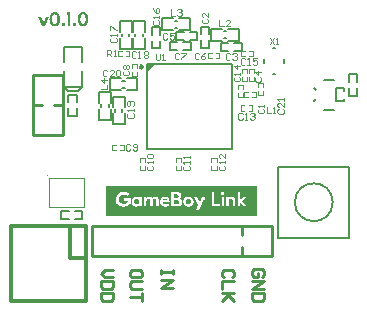
<source format=gto>
G04*
G04 #@! TF.GenerationSoftware,Altium Limited,Altium Designer,24.0.1 (36)*
G04*
G04 Layer_Color=16777215*
%FSLAX24Y24*%
%MOIN*%
G70*
G04*
G04 #@! TF.SameCoordinates,E6425953-F81D-4A1B-B41F-9E3DC787EA87*
G04*
G04*
G04 #@! TF.FilePolarity,Positive*
G04*
G01*
G75*
%ADD10C,0.0049*%
%ADD11C,0.0060*%
%ADD12C,0.0098*%
%ADD13C,0.0118*%
%ADD14C,0.0100*%
%ADD15C,0.0039*%
%ADD16C,0.0050*%
%ADD17C,0.0059*%
%ADD18C,0.0079*%
G36*
X5669Y9134D02*
X5472Y8937D01*
Y9134D01*
X5669Y9134D01*
D02*
G37*
G36*
X2017Y10440D02*
X1936D01*
X1808Y10754D01*
X1903D01*
X1977Y10536D01*
X2051Y10754D01*
X2146D01*
X2017Y10440D01*
D02*
G37*
G36*
X3058D02*
X2964D01*
Y10534D01*
X3058D01*
Y10440D01*
D02*
G37*
G36*
X2864D02*
X2779D01*
Y10817D01*
X2752D01*
Y10898D01*
X2864D01*
Y10440D01*
D02*
G37*
G36*
X2678D02*
X2584D01*
Y10534D01*
X2678D01*
Y10440D01*
D02*
G37*
G36*
X3300Y10908D02*
X3306Y10907D01*
X3313Y10906D01*
X3321Y10905D01*
X3330Y10903D01*
X3340Y10900D01*
X3350Y10897D01*
X3361Y10893D01*
X3371Y10888D01*
X3382Y10882D01*
X3393Y10875D01*
X3403Y10867D01*
X3412Y10857D01*
X3421Y10846D01*
X3422Y10846D01*
X3423Y10843D01*
X3425Y10840D01*
X3428Y10835D01*
X3431Y10828D01*
X3435Y10821D01*
X3439Y10811D01*
X3444Y10801D01*
X3448Y10789D01*
X3452Y10776D01*
X3456Y10762D01*
X3459Y10745D01*
X3462Y10729D01*
X3464Y10710D01*
X3466Y10690D01*
X3466Y10670D01*
Y10669D01*
Y10668D01*
Y10667D01*
Y10665D01*
Y10662D01*
X3466Y10659D01*
Y10651D01*
X3465Y10641D01*
X3464Y10630D01*
X3462Y10618D01*
X3460Y10605D01*
X3458Y10590D01*
X3455Y10576D01*
X3452Y10561D01*
X3447Y10547D01*
X3442Y10532D01*
X3436Y10518D01*
X3428Y10505D01*
X3421Y10492D01*
X3420Y10492D01*
X3419Y10490D01*
X3416Y10487D01*
X3412Y10483D01*
X3408Y10478D01*
X3402Y10473D01*
X3395Y10467D01*
X3388Y10461D01*
X3379Y10456D01*
X3369Y10450D01*
X3359Y10445D01*
X3347Y10440D01*
X3335Y10436D01*
X3322Y10433D01*
X3307Y10431D01*
X3292Y10430D01*
X3289D01*
X3284Y10431D01*
X3278Y10431D01*
X3271Y10432D01*
X3263Y10434D01*
X3254Y10435D01*
X3244Y10438D01*
X3234Y10441D01*
X3224Y10446D01*
X3213Y10451D01*
X3202Y10457D01*
X3191Y10463D01*
X3181Y10472D01*
X3172Y10481D01*
X3163Y10492D01*
X3162Y10493D01*
X3161Y10495D01*
X3159Y10498D01*
X3156Y10503D01*
X3152Y10510D01*
X3148Y10518D01*
X3145Y10527D01*
X3140Y10537D01*
X3136Y10549D01*
X3132Y10563D01*
X3128Y10577D01*
X3124Y10593D01*
X3122Y10610D01*
X3119Y10629D01*
X3118Y10648D01*
X3117Y10670D01*
Y10670D01*
Y10671D01*
Y10672D01*
Y10674D01*
Y10677D01*
X3118Y10680D01*
Y10688D01*
X3119Y10698D01*
X3120Y10709D01*
X3121Y10721D01*
X3123Y10734D01*
X3125Y10749D01*
X3128Y10763D01*
X3132Y10778D01*
X3137Y10793D01*
X3142Y10807D01*
X3148Y10821D01*
X3155Y10834D01*
X3163Y10846D01*
X3163Y10847D01*
X3165Y10849D01*
X3168Y10852D01*
X3171Y10856D01*
X3176Y10860D01*
X3181Y10866D01*
X3188Y10871D01*
X3196Y10877D01*
X3205Y10883D01*
X3214Y10888D01*
X3225Y10894D01*
X3237Y10898D01*
X3249Y10902D01*
X3263Y10906D01*
X3277Y10908D01*
X3292Y10908D01*
X3296D01*
X3300Y10908D01*
D02*
G37*
G36*
X2358D02*
X2364Y10907D01*
X2371Y10906D01*
X2379Y10905D01*
X2388Y10903D01*
X2398Y10900D01*
X2408Y10897D01*
X2418Y10893D01*
X2429Y10888D01*
X2440Y10882D01*
X2450Y10875D01*
X2461Y10867D01*
X2470Y10857D01*
X2479Y10846D01*
X2479Y10846D01*
X2481Y10843D01*
X2483Y10840D01*
X2486Y10835D01*
X2489Y10828D01*
X2493Y10821D01*
X2497Y10811D01*
X2502Y10801D01*
X2506Y10789D01*
X2510Y10776D01*
X2514Y10762D01*
X2517Y10745D01*
X2520Y10729D01*
X2522Y10710D01*
X2524Y10690D01*
X2524Y10670D01*
Y10669D01*
Y10668D01*
Y10667D01*
Y10665D01*
Y10662D01*
X2524Y10659D01*
Y10651D01*
X2523Y10641D01*
X2522Y10630D01*
X2520Y10618D01*
X2518Y10605D01*
X2516Y10590D01*
X2513Y10576D01*
X2509Y10561D01*
X2505Y10547D01*
X2500Y10532D01*
X2494Y10518D01*
X2486Y10505D01*
X2478Y10492D01*
X2478Y10492D01*
X2476Y10490D01*
X2473Y10487D01*
X2470Y10483D01*
X2466Y10478D01*
X2460Y10473D01*
X2453Y10467D01*
X2445Y10461D01*
X2437Y10456D01*
X2427Y10450D01*
X2416Y10445D01*
X2405Y10440D01*
X2393Y10436D01*
X2379Y10433D01*
X2365Y10431D01*
X2350Y10430D01*
X2347D01*
X2342Y10431D01*
X2336Y10431D01*
X2329Y10432D01*
X2321Y10434D01*
X2312Y10435D01*
X2302Y10438D01*
X2292Y10441D01*
X2282Y10446D01*
X2271Y10451D01*
X2260Y10457D01*
X2249Y10463D01*
X2239Y10472D01*
X2229Y10481D01*
X2221Y10492D01*
X2220Y10493D01*
X2219Y10495D01*
X2217Y10498D01*
X2214Y10503D01*
X2210Y10510D01*
X2206Y10518D01*
X2202Y10527D01*
X2198Y10537D01*
X2194Y10549D01*
X2190Y10563D01*
X2186Y10577D01*
X2182Y10593D01*
X2180Y10610D01*
X2177Y10629D01*
X2176Y10648D01*
X2175Y10670D01*
Y10670D01*
Y10671D01*
Y10672D01*
Y10674D01*
Y10677D01*
X2176Y10680D01*
Y10688D01*
X2177Y10698D01*
X2178Y10709D01*
X2179Y10721D01*
X2181Y10734D01*
X2183Y10749D01*
X2186Y10763D01*
X2190Y10778D01*
X2194Y10793D01*
X2199Y10807D01*
X2206Y10821D01*
X2213Y10834D01*
X2221Y10846D01*
X2221Y10847D01*
X2223Y10849D01*
X2226Y10852D01*
X2229Y10856D01*
X2234Y10860D01*
X2239Y10866D01*
X2246Y10871D01*
X2254Y10877D01*
X2262Y10883D01*
X2272Y10888D01*
X2283Y10894D01*
X2294Y10898D01*
X2307Y10902D01*
X2320Y10906D01*
X2335Y10908D01*
X2350Y10908D01*
X2354D01*
X2358Y10908D01*
D02*
G37*
G36*
X9093Y4092D02*
X4057D01*
Y5120D01*
X9093D01*
Y4092D01*
D02*
G37*
%LPC*%
G36*
X3292Y10829D02*
X3290D01*
X3288Y10829D01*
X3285D01*
X3282Y10828D01*
X3277Y10827D01*
X3273Y10826D01*
X3268Y10824D01*
X3263Y10822D01*
X3258Y10819D01*
X3252Y10816D01*
X3247Y10812D01*
X3241Y10807D01*
X3236Y10801D01*
X3231Y10795D01*
X3227Y10787D01*
Y10787D01*
X3226Y10785D01*
X3225Y10783D01*
X3223Y10779D01*
X3221Y10775D01*
X3219Y10770D01*
X3217Y10764D01*
X3215Y10757D01*
X3213Y10749D01*
X3211Y10740D01*
X3209Y10731D01*
X3207Y10720D01*
X3206Y10708D01*
X3205Y10697D01*
X3204Y10683D01*
X3204Y10670D01*
Y10669D01*
Y10666D01*
Y10662D01*
X3204Y10657D01*
Y10650D01*
X3205Y10643D01*
X3206Y10635D01*
X3207Y10626D01*
X3208Y10617D01*
X3210Y10607D01*
X3213Y10587D01*
X3219Y10568D01*
X3223Y10559D01*
X3227Y10551D01*
X3228Y10550D01*
X3228Y10549D01*
X3230Y10547D01*
X3232Y10545D01*
X3234Y10541D01*
X3237Y10538D01*
X3241Y10534D01*
X3244Y10530D01*
X3253Y10522D01*
X3259Y10518D01*
X3265Y10515D01*
X3271Y10513D01*
X3277Y10511D01*
X3285Y10509D01*
X3292Y10509D01*
X3294D01*
X3296Y10509D01*
X3299D01*
X3302Y10510D01*
X3306Y10511D01*
X3311Y10512D01*
X3316Y10514D01*
X3321Y10516D01*
X3326Y10519D01*
X3332Y10522D01*
X3337Y10526D01*
X3342Y10531D01*
X3347Y10537D01*
X3352Y10544D01*
X3357Y10551D01*
X3357Y10551D01*
X3358Y10553D01*
X3359Y10555D01*
X3360Y10559D01*
X3362Y10563D01*
X3364Y10568D01*
X3366Y10575D01*
X3368Y10581D01*
X3370Y10590D01*
X3372Y10599D01*
X3374Y10608D01*
X3376Y10619D01*
X3378Y10630D01*
X3379Y10642D01*
X3380Y10656D01*
Y10670D01*
Y10671D01*
Y10673D01*
Y10677D01*
X3379Y10682D01*
Y10688D01*
X3379Y10696D01*
X3378Y10704D01*
X3377Y10713D01*
X3374Y10732D01*
X3370Y10751D01*
X3364Y10770D01*
X3361Y10779D01*
X3357Y10787D01*
X3356Y10788D01*
X3356Y10789D01*
X3354Y10791D01*
X3352Y10794D01*
X3350Y10797D01*
X3347Y10800D01*
X3344Y10804D01*
X3340Y10808D01*
X3331Y10816D01*
X3326Y10820D01*
X3320Y10823D01*
X3313Y10826D01*
X3307Y10827D01*
X3300Y10829D01*
X3292Y10829D01*
D02*
G37*
G36*
X2350D02*
X2348D01*
X2346Y10829D01*
X2343D01*
X2340Y10828D01*
X2335Y10827D01*
X2331Y10826D01*
X2326Y10824D01*
X2321Y10822D01*
X2316Y10819D01*
X2310Y10816D01*
X2305Y10812D01*
X2299Y10807D01*
X2294Y10801D01*
X2289Y10795D01*
X2285Y10787D01*
Y10787D01*
X2284Y10785D01*
X2283Y10783D01*
X2281Y10779D01*
X2279Y10775D01*
X2277Y10770D01*
X2275Y10764D01*
X2273Y10757D01*
X2271Y10749D01*
X2269Y10740D01*
X2267Y10731D01*
X2265Y10720D01*
X2263Y10708D01*
X2262Y10697D01*
X2262Y10683D01*
X2261Y10670D01*
Y10669D01*
Y10666D01*
Y10662D01*
X2262Y10657D01*
Y10650D01*
X2263Y10643D01*
X2263Y10635D01*
X2264Y10626D01*
X2266Y10617D01*
X2267Y10607D01*
X2271Y10587D01*
X2277Y10568D01*
X2281Y10559D01*
X2285Y10551D01*
X2286Y10550D01*
X2286Y10549D01*
X2287Y10547D01*
X2289Y10545D01*
X2292Y10541D01*
X2295Y10538D01*
X2298Y10534D01*
X2302Y10530D01*
X2311Y10522D01*
X2317Y10518D01*
X2322Y10515D01*
X2329Y10513D01*
X2335Y10511D01*
X2343Y10509D01*
X2350Y10509D01*
X2352D01*
X2354Y10509D01*
X2357D01*
X2360Y10510D01*
X2364Y10511D01*
X2369Y10512D01*
X2374Y10514D01*
X2379Y10516D01*
X2384Y10519D01*
X2389Y10522D01*
X2395Y10526D01*
X2400Y10531D01*
X2405Y10537D01*
X2410Y10544D01*
X2414Y10551D01*
X2415Y10551D01*
X2415Y10553D01*
X2416Y10555D01*
X2418Y10559D01*
X2420Y10563D01*
X2422Y10568D01*
X2424Y10575D01*
X2426Y10581D01*
X2428Y10590D01*
X2430Y10599D01*
X2432Y10608D01*
X2434Y10619D01*
X2436Y10630D01*
X2437Y10642D01*
X2438Y10656D01*
Y10670D01*
Y10671D01*
Y10673D01*
Y10677D01*
X2437Y10682D01*
Y10688D01*
X2437Y10696D01*
X2436Y10704D01*
X2435Y10713D01*
X2432Y10732D01*
X2428Y10751D01*
X2422Y10770D01*
X2418Y10779D01*
X2414Y10787D01*
X2414Y10788D01*
X2413Y10789D01*
X2412Y10791D01*
X2410Y10794D01*
X2408Y10797D01*
X2405Y10800D01*
X2402Y10804D01*
X2398Y10808D01*
X2388Y10816D01*
X2383Y10820D01*
X2378Y10823D01*
X2371Y10826D01*
X2365Y10827D01*
X2357Y10829D01*
X2350Y10829D01*
D02*
G37*
G36*
X4658Y4916D02*
X4395D01*
X4651D01*
X4636Y4916D01*
X4623Y4915D01*
X4610Y4913D01*
X4597Y4911D01*
X4586Y4909D01*
X4574Y4906D01*
X4564Y4903D01*
X4555Y4901D01*
X4546Y4898D01*
X4538Y4895D01*
X4532Y4893D01*
X4527Y4890D01*
X4522Y4888D01*
X4519Y4887D01*
X4517Y4886D01*
X4516Y4885D01*
X4506Y4879D01*
X4496Y4872D01*
X4487Y4866D01*
X4478Y4859D01*
X4470Y4851D01*
X4463Y4844D01*
X4456Y4837D01*
X4450Y4830D01*
X4444Y4823D01*
X4440Y4817D01*
X4436Y4812D01*
X4433Y4807D01*
X4430Y4803D01*
X4428Y4800D01*
X4427Y4798D01*
X4427Y4798D01*
X4421Y4787D01*
X4416Y4776D01*
X4412Y4765D01*
X4409Y4754D01*
X4406Y4743D01*
X4403Y4732D01*
X4401Y4722D01*
X4399Y4712D01*
X4398Y4703D01*
X4397Y4695D01*
X4396Y4687D01*
X4396Y4681D01*
X4395Y4676D01*
Y4422D01*
Y4669D01*
X4396Y4655D01*
X4397Y4642D01*
X4398Y4629D01*
X4400Y4617D01*
X4403Y4605D01*
X4406Y4594D01*
X4409Y4585D01*
X4411Y4575D01*
X4414Y4567D01*
X4417Y4560D01*
X4420Y4553D01*
X4423Y4548D01*
X4425Y4544D01*
X4426Y4540D01*
X4427Y4538D01*
X4428Y4538D01*
X4434Y4528D01*
X4441Y4518D01*
X4448Y4509D01*
X4455Y4501D01*
X4463Y4493D01*
X4470Y4486D01*
X4477Y4480D01*
X4484Y4474D01*
X4491Y4469D01*
X4497Y4465D01*
X4502Y4461D01*
X4507Y4457D01*
X4511Y4455D01*
X4514Y4453D01*
X4516Y4452D01*
X4517Y4452D01*
X4528Y4446D01*
X4539Y4442D01*
X4550Y4438D01*
X4561Y4435D01*
X4572Y4432D01*
X4583Y4429D01*
X4594Y4427D01*
X4603Y4426D01*
X4612Y4424D01*
X4621Y4423D01*
X4628Y4423D01*
X4634Y4422D01*
X4640Y4422D01*
X4395D01*
X4647D01*
X4661Y4422D01*
X4674Y4423D01*
X4687Y4425D01*
X4700Y4427D01*
X4711Y4430D01*
X4722Y4433D01*
X4732Y4436D01*
X4741Y4439D01*
X4748Y4441D01*
X4756Y4445D01*
X4762Y4447D01*
X4767Y4450D01*
X4771Y4452D01*
X4774Y4454D01*
X4776Y4455D01*
X4777Y4455D01*
X4786Y4462D01*
X4795Y4469D01*
X4804Y4476D01*
X4811Y4484D01*
X4818Y4491D01*
X4825Y4499D01*
X4831Y4506D01*
X4837Y4513D01*
X4841Y4520D01*
X4845Y4526D01*
X4848Y4532D01*
X4851Y4536D01*
X4853Y4540D01*
X4855Y4543D01*
X4856Y4545D01*
X4856Y4546D01*
X4861Y4557D01*
X4865Y4567D01*
X4869Y4579D01*
X4872Y4590D01*
X4876Y4611D01*
X4878Y4621D01*
X4879Y4631D01*
X4881Y4640D01*
X4881Y4648D01*
X4882Y4655D01*
X4882Y4661D01*
X4883Y4666D01*
Y4445D01*
Y4685D01*
X4882Y4689D01*
Y4693D01*
Y4696D01*
X4882Y4698D01*
Y4700D01*
Y4700D01*
X4654D01*
Y4620D01*
X4790D01*
X4788Y4610D01*
X4785Y4600D01*
X4782Y4591D01*
X4779Y4583D01*
X4776Y4576D01*
X4773Y4571D01*
X4772Y4569D01*
X4771Y4568D01*
X4771Y4567D01*
Y4567D01*
X4764Y4558D01*
X4756Y4550D01*
X4748Y4543D01*
X4741Y4537D01*
X4734Y4532D01*
X4729Y4529D01*
X4727Y4527D01*
X4725Y4527D01*
X4724Y4526D01*
X4724D01*
X4712Y4520D01*
X4700Y4517D01*
X4687Y4514D01*
X4676Y4512D01*
X4671Y4511D01*
X4666Y4511D01*
X4661Y4510D01*
X4658D01*
X4655Y4510D01*
X4651D01*
X4633Y4511D01*
X4617Y4513D01*
X4610Y4515D01*
X4603Y4516D01*
X4596Y4518D01*
X4590Y4520D01*
X4585Y4522D01*
X4580Y4524D01*
X4576Y4526D01*
X4572Y4527D01*
X4570Y4528D01*
X4567Y4529D01*
X4566Y4530D01*
X4566D01*
X4553Y4538D01*
X4542Y4548D01*
X4533Y4557D01*
X4525Y4566D01*
X4519Y4574D01*
X4516Y4578D01*
X4514Y4581D01*
X4512Y4583D01*
X4511Y4585D01*
X4510Y4586D01*
Y4587D01*
X4504Y4600D01*
X4499Y4615D01*
X4496Y4628D01*
X4493Y4641D01*
X4492Y4647D01*
X4492Y4652D01*
X4491Y4657D01*
Y4661D01*
X4491Y4664D01*
Y4667D01*
Y4668D01*
Y4669D01*
X4492Y4686D01*
X4494Y4701D01*
X4497Y4715D01*
X4498Y4721D01*
X4500Y4727D01*
X4502Y4732D01*
X4503Y4737D01*
X4505Y4741D01*
X4506Y4744D01*
X4508Y4747D01*
X4508Y4749D01*
X4509Y4750D01*
Y4750D01*
X4517Y4763D01*
X4526Y4775D01*
X4535Y4784D01*
X4544Y4792D01*
X4552Y4799D01*
X4555Y4801D01*
X4558Y4803D01*
X4561Y4805D01*
X4563Y4806D01*
X4564Y4807D01*
X4564D01*
X4578Y4814D01*
X4592Y4819D01*
X4606Y4823D01*
X4619Y4825D01*
X4625Y4826D01*
X4630Y4827D01*
X4635Y4827D01*
X4639D01*
X4643Y4828D01*
X4647D01*
X4660Y4827D01*
X4674Y4826D01*
X4686Y4823D01*
X4698Y4820D01*
X4710Y4816D01*
X4720Y4812D01*
X4730Y4808D01*
X4740Y4804D01*
X4748Y4799D01*
X4755Y4795D01*
X4762Y4791D01*
X4767Y4787D01*
X4772Y4784D01*
X4775Y4781D01*
X4777Y4780D01*
X4778Y4779D01*
X4835Y4853D01*
X4820Y4865D01*
X4805Y4874D01*
X4789Y4882D01*
X4774Y4890D01*
X4758Y4896D01*
X4743Y4901D01*
X4728Y4905D01*
X4714Y4908D01*
X4701Y4911D01*
X4688Y4913D01*
X4678Y4914D01*
X4668Y4915D01*
X4661Y4916D01*
X4658Y4916D01*
D02*
G37*
G36*
X7136Y4745D02*
X7100D01*
D01*
X7136D01*
D02*
G37*
G36*
X8373Y4755D02*
X8069D01*
X8254D01*
X8242Y4754D01*
X8231Y4752D01*
X8221Y4750D01*
X8212Y4748D01*
X8204Y4745D01*
X8201Y4744D01*
X8199Y4743D01*
X8197Y4742D01*
X8195Y4741D01*
X8195Y4740D01*
X8194D01*
X8185Y4734D01*
X8177Y4727D01*
X8170Y4720D01*
X8163Y4713D01*
X8159Y4707D01*
X8155Y4702D01*
X8154Y4700D01*
X8153Y4699D01*
X8152Y4698D01*
Y4697D01*
X8151D01*
Y4745D01*
X8069D01*
Y4432D01*
X8373D01*
Y4625D01*
D01*
X8372Y4637D01*
X8371Y4648D01*
X8370Y4659D01*
X8368Y4668D01*
X8365Y4677D01*
X8362Y4685D01*
X8360Y4692D01*
X8357Y4699D01*
X8353Y4705D01*
X8351Y4710D01*
X8348Y4714D01*
X8346Y4717D01*
X8344Y4719D01*
X8342Y4721D01*
X8341Y4722D01*
X8341Y4723D01*
X8334Y4728D01*
X8328Y4733D01*
X8321Y4738D01*
X8314Y4742D01*
X8307Y4745D01*
X8299Y4747D01*
X8285Y4751D01*
X8279Y4752D01*
X8273Y4753D01*
X8268Y4754D01*
X8263Y4754D01*
X8260Y4755D01*
X8373D01*
D02*
G37*
G36*
X5814Y4755D02*
X5627D01*
X5704D01*
X5692Y4754D01*
X5681Y4752D01*
X5671Y4750D01*
X5662Y4747D01*
X5654Y4744D01*
X5651Y4743D01*
X5649Y4741D01*
X5647Y4740D01*
X5645Y4739D01*
X5644Y4739D01*
X5644D01*
X5635Y4732D01*
X5626Y4725D01*
X5619Y4717D01*
X5613Y4710D01*
X5609Y4703D01*
X5605Y4697D01*
X5604Y4695D01*
X5603Y4694D01*
X5602Y4693D01*
Y4692D01*
X5601D01*
X5595Y4703D01*
X5589Y4713D01*
X5583Y4721D01*
X5577Y4728D01*
X5572Y4733D01*
X5567Y4736D01*
X5564Y4739D01*
X5564Y4739D01*
X5563D01*
X5554Y4745D01*
X5544Y4748D01*
X5534Y4751D01*
X5524Y4753D01*
X5517Y4754D01*
X5513Y4754D01*
X5510Y4755D01*
X5504D01*
X5492Y4754D01*
X5482Y4752D01*
X5472Y4750D01*
X5463Y4748D01*
X5456Y4745D01*
X5451Y4743D01*
X5449Y4742D01*
X5448Y4741D01*
X5447Y4740D01*
X5447D01*
X5438Y4734D01*
X5430Y4727D01*
X5424Y4720D01*
X5418Y4714D01*
X5414Y4707D01*
X5411Y4702D01*
X5410Y4700D01*
X5409Y4699D01*
X5409Y4698D01*
Y4697D01*
X5407D01*
Y4745D01*
X5325D01*
Y4432D01*
X5610D01*
Y4591D01*
Y4599D01*
X5610Y4607D01*
X5611Y4614D01*
X5612Y4621D01*
X5614Y4626D01*
X5615Y4632D01*
X5617Y4637D01*
X5618Y4641D01*
X5620Y4645D01*
X5621Y4648D01*
X5623Y4651D01*
X5624Y4653D01*
X5625Y4655D01*
X5626Y4656D01*
X5627Y4657D01*
X5634Y4664D01*
X5641Y4669D01*
X5649Y4673D01*
X5656Y4675D01*
X5663Y4677D01*
X5668Y4677D01*
X5670Y4678D01*
X5673D01*
X5683Y4677D01*
X5692Y4675D01*
X5699Y4672D01*
X5705Y4669D01*
X5710Y4666D01*
X5713Y4663D01*
X5715Y4661D01*
X5716Y4660D01*
X5721Y4654D01*
X5724Y4646D01*
X5727Y4638D01*
X5728Y4630D01*
X5730Y4624D01*
X5730Y4618D01*
Y4616D01*
Y4614D01*
Y4613D01*
Y4613D01*
Y4432D01*
X5688D01*
X5814D01*
Y4630D01*
X5813Y4642D01*
X5812Y4652D01*
X5811Y4661D01*
X5809Y4671D01*
X5807Y4679D01*
X5804Y4686D01*
X5801Y4693D01*
X5798Y4700D01*
X5795Y4705D01*
X5793Y4710D01*
X5790Y4714D01*
X5788Y4717D01*
X5786Y4719D01*
X5785Y4721D01*
X5784Y4722D01*
X5783Y4723D01*
X5777Y4728D01*
X5771Y4733D01*
X5764Y4738D01*
X5758Y4742D01*
X5751Y4745D01*
X5745Y4747D01*
X5732Y4751D01*
X5727Y4752D01*
X5721Y4753D01*
X5717Y4754D01*
X5712Y4754D01*
X5709Y4755D01*
X5814D01*
D02*
G37*
G36*
X6594Y4906D02*
D01*
Y4628D01*
Y4906D01*
D02*
G37*
G36*
X6813Y4755D02*
X6799D01*
X6790Y4754D01*
X6774Y4751D01*
X6758Y4748D01*
X6751Y4746D01*
X6745Y4744D01*
X6739Y4742D01*
X6734Y4740D01*
X6730Y4738D01*
X6726Y4737D01*
X6723Y4735D01*
X6721Y4734D01*
X6719Y4734D01*
X6719Y4733D01*
X6705Y4725D01*
X6692Y4715D01*
X6682Y4705D01*
X6673Y4696D01*
X6666Y4687D01*
X6663Y4684D01*
X6660Y4681D01*
X6659Y4678D01*
X6657Y4676D01*
X6657Y4675D01*
X6656Y4674D01*
X6653Y4667D01*
X6649Y4659D01*
X6644Y4645D01*
X6640Y4630D01*
X6637Y4617D01*
X6636Y4611D01*
X6635Y4605D01*
X6635Y4600D01*
Y4596D01*
X6634Y4593D01*
Y4594D01*
Y4588D01*
X6635Y4579D01*
X6635Y4570D01*
X6638Y4554D01*
X6641Y4540D01*
X6643Y4533D01*
X6646Y4527D01*
X6648Y4522D01*
X6650Y4517D01*
X6652Y4512D01*
X6653Y4509D01*
X6655Y4506D01*
X6655Y4504D01*
X6656Y4502D01*
Y4502D01*
X6666Y4489D01*
X6676Y4477D01*
X6686Y4467D01*
X6696Y4458D01*
X6705Y4452D01*
X6709Y4449D01*
X6713Y4447D01*
X6715Y4445D01*
X6717Y4444D01*
X6718Y4443D01*
X6719Y4443D01*
X6726Y4439D01*
X6734Y4436D01*
X6749Y4431D01*
X6765Y4427D01*
X6778Y4424D01*
X6785Y4424D01*
X6790Y4423D01*
X6795Y4422D01*
X6800D01*
X6803Y4422D01*
X6634D01*
X6982Y4422D01*
Y4597D01*
X6981Y4606D01*
X6978Y4622D01*
X6974Y4636D01*
X6972Y4643D01*
X6970Y4649D01*
X6968Y4655D01*
X6966Y4660D01*
X6964Y4664D01*
X6963Y4667D01*
X6961Y4670D01*
X6960Y4673D01*
X6960Y4674D01*
X6959Y4674D01*
X6950Y4687D01*
X6940Y4699D01*
X6930Y4710D01*
X6920Y4718D01*
X6911Y4724D01*
X6907Y4727D01*
X6903Y4729D01*
X6901Y4731D01*
X6899Y4732D01*
X6898Y4733D01*
X6897D01*
X6890Y4737D01*
X6882Y4741D01*
X6867Y4746D01*
X6852Y4749D01*
X6838Y4752D01*
X6832Y4753D01*
X6826Y4754D01*
X6821Y4754D01*
X6816D01*
X6813Y4755D01*
D02*
G37*
G36*
X6030D02*
X5864D01*
X6018D01*
X6009Y4754D01*
X5993Y4751D01*
X5985Y4750D01*
X5978Y4748D01*
X5972Y4747D01*
X5966Y4745D01*
X5960Y4743D01*
X5955Y4741D01*
X5951Y4739D01*
X5947Y4737D01*
X5945Y4736D01*
X5943Y4735D01*
X5942Y4734D01*
X5941Y4734D01*
X5928Y4725D01*
X5917Y4716D01*
X5907Y4706D01*
X5899Y4696D01*
X5892Y4688D01*
X5890Y4684D01*
X5888Y4681D01*
X5886Y4679D01*
X5885Y4676D01*
X5885Y4675D01*
X5884Y4675D01*
X5877Y4660D01*
X5872Y4645D01*
X5869Y4630D01*
X5866Y4617D01*
X5865Y4611D01*
X5865Y4605D01*
X5864Y4600D01*
Y4596D01*
X5864Y4593D01*
Y4596D01*
Y4588D01*
X5864Y4578D01*
X5865Y4569D01*
X5867Y4553D01*
X5869Y4545D01*
X5871Y4538D01*
X5873Y4532D01*
X5875Y4525D01*
X5877Y4520D01*
X5878Y4515D01*
X5880Y4510D01*
X5882Y4507D01*
X5883Y4504D01*
X5884Y4502D01*
X5885Y4501D01*
Y4500D01*
X5894Y4487D01*
X5903Y4475D01*
X5913Y4465D01*
X5922Y4457D01*
X5931Y4450D01*
X5935Y4448D01*
X5938Y4446D01*
X5941Y4444D01*
X5943Y4443D01*
X5944Y4442D01*
X5944Y4442D01*
X5959Y4435D01*
X5974Y4430D01*
X5989Y4427D01*
X6003Y4424D01*
X6009Y4423D01*
X6015Y4423D01*
X6020Y4422D01*
X6025D01*
X6028Y4422D01*
X6179D01*
X6033D01*
X6049Y4422D01*
X6064Y4424D01*
X6076Y4427D01*
X6082Y4428D01*
X6088Y4430D01*
X6093Y4431D01*
X6097Y4433D01*
X6101Y4434D01*
X6103Y4435D01*
X6106Y4436D01*
X6108Y4437D01*
X6109Y4438D01*
X6109D01*
X6121Y4444D01*
X6133Y4450D01*
X6143Y4457D01*
X6152Y4464D01*
X6159Y4469D01*
X6162Y4471D01*
X6164Y4473D01*
X6166Y4475D01*
X6168Y4476D01*
X6168Y4477D01*
X6169Y4477D01*
X6127Y4538D01*
X6119Y4531D01*
X6110Y4524D01*
X6102Y4518D01*
X6094Y4513D01*
X6086Y4509D01*
X6078Y4505D01*
X6071Y4503D01*
X6064Y4501D01*
X6057Y4499D01*
X6051Y4498D01*
X6046Y4497D01*
X6041Y4496D01*
X6038D01*
X6036Y4495D01*
X6033D01*
X6020Y4496D01*
X6008Y4498D01*
X5998Y4502D01*
X5989Y4505D01*
X5981Y4508D01*
X5979Y4510D01*
X5977Y4512D01*
X5975Y4513D01*
X5973Y4514D01*
X5973Y4515D01*
X5972D01*
X5964Y4523D01*
X5958Y4532D01*
X5953Y4541D01*
X5949Y4551D01*
X5947Y4559D01*
X5946Y4563D01*
X5946Y4565D01*
X5945Y4568D01*
X5945Y4570D01*
Y4571D01*
Y4571D01*
X6179D01*
Y4588D01*
X6178Y4602D01*
X6177Y4616D01*
X6175Y4628D01*
X6172Y4641D01*
X6169Y4652D01*
X6166Y4662D01*
X6163Y4671D01*
X6159Y4679D01*
X6155Y4686D01*
X6151Y4693D01*
X6148Y4698D01*
X6145Y4703D01*
X6142Y4707D01*
X6140Y4709D01*
X6139Y4711D01*
X6138Y4711D01*
X6131Y4719D01*
X6122Y4725D01*
X6113Y4731D01*
X6104Y4736D01*
X6095Y4741D01*
X6086Y4744D01*
X6076Y4747D01*
X6068Y4749D01*
X6059Y4751D01*
X6051Y4752D01*
X6044Y4753D01*
X6039Y4754D01*
X6034D01*
X6030Y4755D01*
D02*
G37*
G36*
X8527Y4906D02*
X8444D01*
Y4432D01*
X8753D01*
D01*
X8608Y4602D01*
X8736Y4745D01*
X8630D01*
X8527Y4615D01*
Y4906D01*
D02*
G37*
G36*
X7999Y4902D02*
X7904D01*
Y4810D01*
X7999D01*
Y4432D01*
X7993D01*
Y4745D01*
X7910D01*
Y4432D01*
X7904D01*
D01*
X7999D01*
Y4902D01*
D02*
G37*
G36*
X7870Y4906D02*
X7585D01*
Y4432D01*
X7870D01*
Y4514D01*
Y4513D01*
X7671D01*
Y4906D01*
X7870D01*
D02*
G37*
G36*
X6435Y4906D02*
X6240D01*
Y4432D01*
X6594D01*
D01*
X6441D01*
X6453Y4432D01*
X6465Y4433D01*
X6476Y4435D01*
X6486Y4437D01*
X6496Y4440D01*
X6505Y4442D01*
X6513Y4445D01*
X6521Y4449D01*
X6528Y4452D01*
X6533Y4455D01*
X6539Y4458D01*
X6543Y4460D01*
X6546Y4463D01*
X6549Y4464D01*
X6550Y4465D01*
X6551Y4466D01*
X6559Y4472D01*
X6565Y4480D01*
X6571Y4488D01*
X6576Y4496D01*
X6580Y4504D01*
X6584Y4512D01*
X6586Y4521D01*
X6589Y4529D01*
X6591Y4536D01*
X6592Y4543D01*
X6593Y4550D01*
X6593Y4555D01*
Y4560D01*
X6594Y4563D01*
Y4568D01*
Y4566D01*
X6593Y4575D01*
X6593Y4584D01*
X6592Y4593D01*
X6590Y4600D01*
X6588Y4607D01*
X6586Y4614D01*
X6583Y4620D01*
X6581Y4625D01*
X6579Y4630D01*
X6576Y4635D01*
X6574Y4638D01*
X6572Y4641D01*
X6570Y4644D01*
X6569Y4645D01*
X6568Y4646D01*
X6568Y4647D01*
X6563Y4652D01*
X6558Y4656D01*
X6546Y4665D01*
X6534Y4671D01*
X6523Y4676D01*
X6513Y4679D01*
X6509Y4681D01*
X6505Y4682D01*
X6502Y4682D01*
X6500Y4683D01*
X6499Y4683D01*
X6498D01*
Y4685D01*
X6510Y4689D01*
X6521Y4695D01*
X6531Y4701D01*
X6538Y4707D01*
X6544Y4713D01*
X6548Y4717D01*
X6550Y4719D01*
X6551Y4721D01*
X6552Y4721D01*
Y4722D01*
X6558Y4732D01*
X6562Y4743D01*
X6566Y4754D01*
X6568Y4764D01*
X6569Y4774D01*
X6570Y4777D01*
Y4780D01*
X6570Y4783D01*
Y4785D01*
Y4786D01*
Y4787D01*
X6570Y4797D01*
X6569Y4807D01*
X6567Y4816D01*
X6564Y4825D01*
X6562Y4833D01*
X6558Y4840D01*
X6555Y4847D01*
X6551Y4853D01*
X6547Y4858D01*
X6544Y4863D01*
X6540Y4867D01*
X6537Y4870D01*
X6535Y4872D01*
X6533Y4874D01*
X6532Y4875D01*
X6532Y4875D01*
X6524Y4881D01*
X6516Y4886D01*
X6507Y4890D01*
X6499Y4893D01*
X6490Y4897D01*
X6482Y4899D01*
X6465Y4902D01*
X6458Y4904D01*
X6451Y4905D01*
X6444Y4905D01*
X6439Y4906D01*
X6435Y4906D01*
D02*
G37*
G36*
X5071Y4755D02*
X5064D01*
X5049Y4754D01*
X5035Y4752D01*
X5022Y4748D01*
X5011Y4745D01*
X5006Y4743D01*
X5002Y4742D01*
X4998Y4740D01*
X4994Y4738D01*
X4992Y4737D01*
X4990Y4736D01*
X4989Y4735D01*
X4989D01*
X4976Y4727D01*
X4965Y4718D01*
X4956Y4708D01*
X4948Y4699D01*
X4942Y4691D01*
X4940Y4687D01*
X4938Y4684D01*
X4936Y4681D01*
X4935Y4679D01*
X4934Y4678D01*
X4934Y4678D01*
X4927Y4663D01*
X4922Y4648D01*
X4919Y4633D01*
X4916Y4619D01*
X4915Y4613D01*
X4915Y4607D01*
X4914Y4601D01*
Y4597D01*
X4914Y4593D01*
Y4588D01*
X4915Y4569D01*
X4917Y4552D01*
X4919Y4544D01*
X4920Y4537D01*
X4922Y4530D01*
X4924Y4524D01*
X4926Y4518D01*
X4928Y4513D01*
X4930Y4508D01*
X4931Y4505D01*
X4932Y4502D01*
X4933Y4500D01*
X4934Y4499D01*
Y4498D01*
X4942Y4485D01*
X4951Y4473D01*
X4960Y4464D01*
X4969Y4456D01*
X4977Y4449D01*
X4980Y4447D01*
X4983Y4444D01*
X4985Y4443D01*
X4987Y4442D01*
X4988Y4441D01*
X4989D01*
X5002Y4435D01*
X5015Y4430D01*
X5028Y4427D01*
X5039Y4424D01*
X5045Y4423D01*
X5050Y4423D01*
X5054Y4422D01*
X5057D01*
X5060Y4422D01*
X4914D01*
X5253D01*
Y4745D01*
D01*
X5171D01*
Y4701D01*
X5169D01*
X5163Y4710D01*
X5156Y4718D01*
X5149Y4725D01*
X5143Y4730D01*
X5136Y4735D01*
X5132Y4738D01*
X5130Y4739D01*
X5128Y4740D01*
X5128Y4741D01*
X5127D01*
X5117Y4746D01*
X5107Y4749D01*
X5096Y4751D01*
X5086Y4753D01*
X5078Y4754D01*
X5074D01*
X5071Y4755D01*
D02*
G37*
G36*
X7349Y4745D02*
D01*
Y4296D01*
X7148D01*
X7349Y4745D01*
X7261D01*
X7179Y4554D01*
X7100Y4745D01*
X7002D01*
X7138Y4461D01*
X7061Y4296D01*
X7002D01*
X7349D01*
Y4745D01*
D02*
G37*
%LPD*%
G36*
X8236Y4677D02*
X8246Y4675D01*
X8254Y4671D01*
X8262Y4666D01*
X8268Y4661D01*
X8273Y4655D01*
X8278Y4648D01*
X8281Y4642D01*
X8284Y4635D01*
X8285Y4628D01*
X8287Y4622D01*
X8288Y4617D01*
X8288Y4612D01*
X8289Y4608D01*
Y4606D01*
Y4605D01*
Y4432D01*
X8151D01*
Y4585D01*
Y4594D01*
X8152Y4601D01*
X8153Y4609D01*
X8154Y4616D01*
X8156Y4623D01*
X8158Y4628D01*
X8159Y4633D01*
X8161Y4638D01*
X8163Y4642D01*
X8164Y4646D01*
X8166Y4649D01*
X8168Y4651D01*
X8169Y4653D01*
X8170Y4654D01*
X8171Y4655D01*
X8175Y4659D01*
X8179Y4662D01*
X8188Y4668D01*
X8196Y4672D01*
X8205Y4675D01*
X8213Y4677D01*
X8216Y4677D01*
X8219D01*
X8221Y4678D01*
X8224D01*
X8236Y4677D01*
D02*
G37*
G36*
X5482Y4677D02*
X5490Y4675D01*
X5497Y4672D01*
X5503Y4669D01*
X5508Y4666D01*
X5511Y4663D01*
X5513Y4661D01*
X5514Y4660D01*
X5518Y4654D01*
X5522Y4646D01*
X5524Y4638D01*
X5526Y4630D01*
X5527Y4624D01*
X5528Y4618D01*
Y4616D01*
Y4614D01*
Y4613D01*
Y4613D01*
Y4432D01*
X5408D01*
Y4590D01*
Y4598D01*
X5409Y4606D01*
X5409Y4613D01*
X5411Y4620D01*
X5412Y4626D01*
X5413Y4631D01*
X5415Y4636D01*
X5417Y4640D01*
X5418Y4644D01*
X5420Y4648D01*
X5421Y4650D01*
X5423Y4653D01*
X5424Y4655D01*
X5425Y4656D01*
X5425Y4656D01*
X5428Y4660D01*
X5432Y4663D01*
X5440Y4669D01*
X5448Y4673D01*
X5455Y4675D01*
X5461Y4677D01*
X5467Y4677D01*
X5469Y4678D01*
X5472D01*
X5482Y4677D01*
D02*
G37*
G36*
X6815Y4676D02*
X6822Y4675D01*
X6834Y4672D01*
X6845Y4669D01*
X6854Y4664D01*
X6861Y4660D01*
X6864Y4657D01*
X6867Y4656D01*
X6869Y4655D01*
X6870Y4653D01*
X6870Y4653D01*
X6871Y4652D01*
X6875Y4647D01*
X6879Y4642D01*
X6882Y4637D01*
X6885Y4632D01*
X6890Y4621D01*
X6893Y4611D01*
X6894Y4602D01*
X6895Y4598D01*
Y4594D01*
X6896Y4592D01*
Y4590D01*
Y4589D01*
Y4588D01*
X6895Y4581D01*
X6895Y4574D01*
X6892Y4562D01*
X6888Y4550D01*
X6883Y4541D01*
X6879Y4534D01*
X6877Y4531D01*
X6875Y4529D01*
X6873Y4527D01*
X6872Y4525D01*
X6871Y4525D01*
X6871Y4524D01*
X6867Y4520D01*
X6861Y4516D01*
X6856Y4513D01*
X6851Y4510D01*
X6840Y4506D01*
X6831Y4503D01*
X6822Y4502D01*
X6818Y4501D01*
X6814Y4501D01*
X6812Y4500D01*
X6808D01*
X6801Y4501D01*
X6794Y4501D01*
X6782Y4504D01*
X6771Y4508D01*
X6762Y4512D01*
X6754Y4517D01*
X6751Y4519D01*
X6749Y4520D01*
X6747Y4522D01*
X6746Y4523D01*
X6745Y4524D01*
X6745Y4524D01*
X6740Y4529D01*
X6737Y4534D01*
X6733Y4539D01*
X6730Y4544D01*
X6726Y4555D01*
X6723Y4565D01*
X6721Y4574D01*
X6721Y4578D01*
X6720Y4582D01*
X6720Y4584D01*
Y4586D01*
Y4588D01*
Y4588D01*
X6720Y4595D01*
X6721Y4602D01*
X6724Y4615D01*
X6728Y4626D01*
X6732Y4635D01*
X6737Y4642D01*
X6739Y4645D01*
X6741Y4648D01*
X6742Y4650D01*
X6744Y4651D01*
X6744Y4652D01*
X6745Y4652D01*
X6749Y4656D01*
X6754Y4660D01*
X6760Y4663D01*
X6765Y4666D01*
X6776Y4670D01*
X6786Y4673D01*
X6795Y4675D01*
X6798Y4676D01*
X6802D01*
X6804Y4676D01*
X6808D01*
X6815Y4676D01*
D02*
G37*
G36*
X6982Y4422D02*
X6808Y4422D01*
X6817Y4422D01*
X6826Y4423D01*
X6843Y4425D01*
X6851Y4427D01*
X6858Y4429D01*
X6865Y4431D01*
X6871Y4433D01*
X6877Y4435D01*
X6882Y4436D01*
X6886Y4438D01*
X6890Y4440D01*
X6893Y4441D01*
X6895Y4442D01*
X6897Y4443D01*
X6897D01*
X6911Y4452D01*
X6924Y4461D01*
X6934Y4471D01*
X6943Y4480D01*
X6950Y4489D01*
X6953Y4493D01*
X6955Y4496D01*
X6957Y4499D01*
X6958Y4501D01*
X6959Y4502D01*
Y4502D01*
X6963Y4509D01*
X6966Y4517D01*
X6972Y4532D01*
X6976Y4546D01*
X6979Y4559D01*
X6980Y4565D01*
X6981Y4571D01*
X6981Y4576D01*
Y4580D01*
X6982Y4583D01*
Y4422D01*
D02*
G37*
G36*
X6034Y4687D02*
X6044Y4686D01*
X6052Y4683D01*
X6060Y4680D01*
X6065Y4677D01*
X6070Y4674D01*
X6072Y4672D01*
X6073Y4671D01*
X6079Y4664D01*
X6085Y4657D01*
X6089Y4649D01*
X6091Y4642D01*
X6093Y4635D01*
X6094Y4630D01*
Y4628D01*
X6095Y4626D01*
Y4625D01*
Y4625D01*
X5947D01*
X5949Y4636D01*
X5953Y4646D01*
X5957Y4654D01*
X5961Y4660D01*
X5965Y4666D01*
X5968Y4669D01*
X5971Y4672D01*
X5972Y4672D01*
X5979Y4678D01*
X5988Y4682D01*
X5997Y4684D01*
X6005Y4686D01*
X6012Y4687D01*
X6018Y4688D01*
X6023D01*
X6034Y4687D01*
D02*
G37*
G36*
X8645Y4432D02*
X8527D01*
Y4581D01*
X8645Y4432D01*
D02*
G37*
G36*
X6425Y4826D02*
X6435Y4824D01*
X6442Y4822D01*
X6449Y4819D01*
X6455Y4816D01*
X6459Y4814D01*
X6461Y4812D01*
X6462Y4811D01*
X6468Y4806D01*
X6472Y4799D01*
X6475Y4792D01*
X6477Y4785D01*
X6478Y4779D01*
X6479Y4775D01*
X6479Y4773D01*
Y4771D01*
Y4771D01*
Y4770D01*
X6478Y4760D01*
X6476Y4751D01*
X6474Y4744D01*
X6471Y4738D01*
X6467Y4733D01*
X6465Y4730D01*
X6463Y4727D01*
X6462Y4727D01*
X6455Y4722D01*
X6446Y4718D01*
X6438Y4716D01*
X6430Y4714D01*
X6422Y4713D01*
X6419Y4713D01*
X6416D01*
X6414Y4712D01*
X6327D01*
Y4826D01*
X6414D01*
X6425Y4826D01*
D02*
G37*
G36*
X6436Y4637D02*
X6448Y4635D01*
X6458Y4632D01*
X6467Y4629D01*
X6473Y4626D01*
X6477Y4624D01*
X6480Y4622D01*
X6481Y4621D01*
X6488Y4614D01*
X6493Y4607D01*
X6497Y4599D01*
X6500Y4592D01*
X6501Y4585D01*
X6501Y4579D01*
X6502Y4577D01*
Y4576D01*
Y4575D01*
Y4574D01*
X6501Y4564D01*
X6499Y4555D01*
X6496Y4547D01*
X6492Y4540D01*
X6488Y4535D01*
X6485Y4531D01*
X6482Y4529D01*
X6481Y4528D01*
X6473Y4523D01*
X6464Y4518D01*
X6455Y4515D01*
X6446Y4513D01*
X6438Y4512D01*
X6435Y4512D01*
X6432D01*
X6429Y4511D01*
X6327D01*
Y4638D01*
X6422D01*
X6436Y4637D01*
D02*
G37*
G36*
X5092Y4676D02*
X5099Y4675D01*
X5111Y4672D01*
X5121Y4668D01*
X5130Y4664D01*
X5138Y4659D01*
X5141Y4657D01*
X5143Y4656D01*
X5145Y4654D01*
X5146Y4653D01*
X5147Y4652D01*
X5147Y4652D01*
X5151Y4647D01*
X5155Y4642D01*
X5161Y4631D01*
X5165Y4621D01*
X5168Y4611D01*
X5170Y4602D01*
X5170Y4598D01*
Y4594D01*
X5171Y4592D01*
Y4590D01*
Y4589D01*
Y4588D01*
X5170Y4581D01*
X5170Y4574D01*
X5167Y4562D01*
X5163Y4551D01*
X5159Y4541D01*
X5154Y4534D01*
X5152Y4531D01*
X5151Y4529D01*
X5149Y4527D01*
X5148Y4525D01*
X5148Y4525D01*
X5147Y4524D01*
X5143Y4520D01*
X5138Y4516D01*
X5133Y4513D01*
X5127Y4510D01*
X5117Y4506D01*
X5108Y4503D01*
X5099Y4502D01*
X5095Y4501D01*
X5092Y4501D01*
X5089Y4500D01*
X5086D01*
X5079Y4501D01*
X5072Y4501D01*
X5060Y4504D01*
X5050Y4508D01*
X5041Y4512D01*
X5033Y4517D01*
X5031Y4519D01*
X5028Y4520D01*
X5026Y4522D01*
X5025Y4523D01*
X5025Y4524D01*
X5024Y4524D01*
X5020Y4529D01*
X5017Y4534D01*
X5011Y4544D01*
X5007Y4555D01*
X5004Y4565D01*
X5002Y4574D01*
X5001Y4578D01*
Y4582D01*
X5001Y4584D01*
Y4586D01*
Y4588D01*
Y4588D01*
X5001Y4595D01*
X5002Y4602D01*
X5004Y4615D01*
X5008Y4625D01*
X5013Y4635D01*
X5017Y4642D01*
X5019Y4645D01*
X5021Y4647D01*
X5022Y4649D01*
X5023Y4651D01*
X5024Y4651D01*
Y4652D01*
X5028Y4656D01*
X5033Y4660D01*
X5038Y4663D01*
X5044Y4666D01*
X5054Y4670D01*
X5064Y4673D01*
X5072Y4675D01*
X5076Y4676D01*
X5079D01*
X5082Y4676D01*
X5086D01*
X5092Y4676D01*
D02*
G37*
G36*
X5171Y4432D02*
X5253D01*
Y4422D01*
X5064D01*
X5078Y4422D01*
X5090Y4424D01*
X5100Y4426D01*
X5110Y4429D01*
X5117Y4431D01*
X5120Y4433D01*
X5123Y4434D01*
X5125Y4434D01*
X5126Y4435D01*
X5127Y4436D01*
X5127D01*
X5137Y4441D01*
X5145Y4448D01*
X5152Y4454D01*
X5158Y4461D01*
X5163Y4467D01*
X5166Y4471D01*
X5169Y4474D01*
X5169Y4475D01*
Y4475D01*
X5171D01*
Y4432D01*
D02*
G37*
D10*
X2101Y5458D02*
G03*
X2101Y5458I-24J0D01*
G01*
X4839Y9451D02*
Y9624D01*
X4453Y9451D02*
Y9624D01*
X4577D01*
X4715D02*
X4839D01*
X4453Y9451D02*
X4577D01*
X4715D02*
X4839D01*
X7571Y5644D02*
Y5768D01*
Y5906D02*
Y6030D01*
X7744Y5644D02*
Y5768D01*
Y5906D02*
Y6030D01*
X7571D02*
X7744D01*
X7571Y5644D02*
X7744D01*
X6390D02*
X6564D01*
X6390Y6030D02*
X6564D01*
Y5906D02*
Y6030D01*
Y5644D02*
Y5768D01*
X6390Y5906D02*
Y6030D01*
Y5644D02*
Y5768D01*
X9116Y8154D02*
Y8278D01*
Y8415D02*
Y8539D01*
X9289Y8154D02*
Y8278D01*
Y8415D02*
Y8539D01*
X9116D02*
X9289D01*
X9116Y8154D02*
X9289D01*
X8675Y8236D02*
X8799D01*
X8937D02*
X9061D01*
X8675Y8063D02*
X8799D01*
X8937D02*
X9061D01*
Y8236D01*
X8675Y8063D02*
Y8236D01*
X8809Y7620D02*
X8933D01*
X8547D02*
X8671D01*
X8809Y7793D02*
X8933D01*
X8547D02*
X8671D01*
X8547Y7620D02*
Y7793D01*
X8933Y7620D02*
Y7793D01*
X4266Y6474D02*
X4390D01*
X4528D02*
X4652D01*
X4266Y6301D02*
X4390D01*
X4528D02*
X4652D01*
Y6474D01*
X4266Y6301D02*
Y6474D01*
X5179Y5644D02*
Y5768D01*
Y5906D02*
Y6030D01*
X5352Y5644D02*
Y5768D01*
Y5906D02*
Y6030D01*
X5179D02*
X5352D01*
X5179Y5644D02*
X5352D01*
X8984Y8868D02*
Y8992D01*
Y8606D02*
Y8730D01*
X8811Y8868D02*
Y8992D01*
Y8606D02*
Y8730D01*
Y8606D02*
X8984D01*
X8811Y8992D02*
X8984D01*
X7714Y9362D02*
X7838D01*
X7452D02*
X7576D01*
X7714Y9535D02*
X7838D01*
X7452D02*
X7576D01*
X7452Y9362D02*
Y9535D01*
X7838Y9362D02*
Y9535D01*
X5087Y9045D02*
Y9169D01*
Y8783D02*
Y8907D01*
X4913Y9045D02*
Y9169D01*
Y8783D02*
Y8907D01*
Y8783D02*
X5087D01*
X4913Y9169D02*
X5087D01*
X8829Y9431D02*
X8953D01*
X8567D02*
X8691D01*
X8829Y9604D02*
X8953D01*
X8567D02*
X8691D01*
X8567Y9431D02*
Y9604D01*
X8953Y9431D02*
Y9604D01*
X8594Y8606D02*
Y8730D01*
Y8868D02*
Y8992D01*
X8768Y8606D02*
Y8730D01*
Y8868D02*
Y8992D01*
X8594D02*
X8768D01*
X8594Y8606D02*
X8768D01*
X8457Y8075D02*
Y8199D01*
Y8337D02*
Y8461D01*
X8630Y8075D02*
Y8199D01*
Y8337D02*
Y8461D01*
X8457D02*
X8630D01*
X8457Y8075D02*
X8630D01*
X4098Y9439D02*
Y9655D01*
X4206D01*
X4242Y9619D01*
Y9547D01*
X4206Y9511D01*
X4098D01*
X4170D02*
X4242Y9439D01*
X4314D02*
X4386D01*
X4350D01*
Y9655D01*
X4314Y9619D01*
X9511Y10049D02*
X9656Y9833D01*
Y10049D02*
X9511Y9833D01*
X9728D02*
X9800D01*
X9764D01*
Y10049D01*
X9728Y10013D01*
X9412Y7743D02*
Y7527D01*
X9556D01*
X9629D02*
X9701D01*
X9665D01*
Y7743D01*
X9629Y7707D01*
X9810Y7667D02*
X9774Y7631D01*
Y7559D01*
X9810Y7523D01*
X9954D01*
X9990Y7559D01*
Y7631D01*
X9954Y7667D01*
X9990Y7884D02*
Y7740D01*
X9846Y7884D01*
X9810D01*
X9774Y7848D01*
Y7776D01*
X9810Y7740D01*
X9990Y7956D02*
Y8028D01*
Y7992D01*
X9774D01*
X9810Y7956D01*
X5722Y9518D02*
Y9337D01*
X5758Y9301D01*
X5830D01*
X5866Y9337D01*
Y9518D01*
X5938Y9301D02*
X6010D01*
X5974D01*
Y9518D01*
X5938Y9482D01*
X7851Y5789D02*
X7815Y5753D01*
Y5681D01*
X7851Y5645D01*
X7995D01*
X8031Y5681D01*
Y5753D01*
X7995Y5789D01*
X8031Y5861D02*
Y5933D01*
Y5897D01*
X7815D01*
X7851Y5861D01*
X8031Y6186D02*
Y6042D01*
X7887Y6186D01*
X7851D01*
X7815Y6150D01*
Y6078D01*
X7851Y6042D01*
X8614Y7503D02*
X8578Y7539D01*
X8506D01*
X8470Y7503D01*
Y7359D01*
X8506Y7323D01*
X8578D01*
X8614Y7359D01*
X8686Y7323D02*
X8758D01*
X8722D01*
Y7539D01*
X8686Y7503D01*
X8866D02*
X8903Y7539D01*
X8975D01*
X9011Y7503D01*
Y7467D01*
X8975Y7431D01*
X8939D01*
X8975D01*
X9011Y7395D01*
Y7359D01*
X8975Y7323D01*
X8903D01*
X8866Y7359D01*
X4875Y6470D02*
X4839Y6506D01*
X4767D01*
X4731Y6470D01*
Y6325D01*
X4767Y6289D01*
X4839D01*
X4875Y6325D01*
X4947D02*
X4984Y6289D01*
X5056D01*
X5092Y6325D01*
Y6470D01*
X5056Y6506D01*
X4984D01*
X4947Y6470D01*
Y6434D01*
X4984Y6398D01*
X5092D01*
X5061Y9560D02*
X5025Y9596D01*
X4952D01*
X4916Y9560D01*
Y9416D01*
X4952Y9380D01*
X5025D01*
X5061Y9416D01*
X5133Y9380D02*
X5205D01*
X5169D01*
Y9596D01*
X5133Y9560D01*
X5313D02*
X5349Y9596D01*
X5422D01*
X5458Y9560D01*
Y9524D01*
X5422Y9488D01*
X5458Y9452D01*
Y9416D01*
X5422Y9380D01*
X5349D01*
X5313Y9416D01*
Y9452D01*
X5349Y9488D01*
X5313Y9524D01*
Y9560D01*
X5349Y9488D02*
X5422D01*
X7841Y10650D02*
Y10433D01*
X7986D01*
X8202D02*
X8058D01*
X8202Y10577D01*
Y10613D01*
X8166Y10650D01*
X8094D01*
X8058Y10613D01*
X3884Y8332D02*
X4101D01*
Y8477D01*
Y8657D02*
X3884D01*
X3992Y8549D01*
Y8693D01*
X5646Y10632D02*
X5610Y10596D01*
Y10523D01*
X5646Y10487D01*
X5791D01*
X5827Y10523D01*
Y10596D01*
X5791Y10632D01*
X5827Y10704D02*
Y10776D01*
Y10740D01*
X5610D01*
X5646Y10704D01*
X5610Y11028D02*
X5646Y10956D01*
X5719Y10884D01*
X5791D01*
X5827Y10920D01*
Y10992D01*
X5791Y11028D01*
X5755D01*
X5719Y10992D01*
Y10884D01*
X6106Y10171D02*
X6070Y10207D01*
X5997D01*
X5961Y10171D01*
Y10026D01*
X5997Y9990D01*
X6070D01*
X6106Y10026D01*
X6322Y10207D02*
X6178D01*
Y10098D01*
X6250Y10135D01*
X6286D01*
X6322Y10098D01*
Y10026D01*
X6286Y9990D01*
X6214D01*
X6178Y10026D01*
X6217Y11004D02*
Y10787D01*
X6362D01*
X6434Y10968D02*
X6470Y11004D01*
X6542D01*
X6578Y10968D01*
Y10932D01*
X6542Y10896D01*
X6506D01*
X6542D01*
X6578Y10860D01*
Y10824D01*
X6542Y10787D01*
X6470D01*
X6434Y10824D01*
X4800Y7531D02*
X4764Y7495D01*
Y7423D01*
X4800Y7387D01*
X4944D01*
X4980Y7423D01*
Y7495D01*
X4944Y7531D01*
X4980Y7603D02*
Y7676D01*
Y7639D01*
X4764D01*
X4800Y7603D01*
X4944Y7784D02*
X4980Y7820D01*
Y7892D01*
X4944Y7928D01*
X4800D01*
X4764Y7892D01*
Y7820D01*
X4800Y7784D01*
X4836D01*
X4872Y7820D01*
Y7928D01*
X8202Y9501D02*
X8166Y9537D01*
X8094D01*
X8058Y9501D01*
Y9357D01*
X8094Y9321D01*
X8166D01*
X8202Y9357D01*
X8274Y9501D02*
X8310Y9537D01*
X8382D01*
X8419Y9501D01*
Y9465D01*
X8382Y9429D01*
X8346D01*
X8382D01*
X8419Y9393D01*
Y9357D01*
X8382Y9321D01*
X8310D01*
X8274Y9357D01*
X7159Y9521D02*
X7123Y9557D01*
X7051D01*
X7014Y9521D01*
Y9377D01*
X7051Y9341D01*
X7123D01*
X7159Y9377D01*
X7375Y9557D02*
X7303Y9521D01*
X7231Y9449D01*
Y9377D01*
X7267Y9341D01*
X7339D01*
X7375Y9377D01*
Y9413D01*
X7339Y9449D01*
X7231D01*
X9062Y8734D02*
X9026Y8698D01*
Y8625D01*
X9062Y8589D01*
X9206D01*
X9242Y8625D01*
Y8698D01*
X9206Y8734D01*
X9242Y8914D02*
X9026D01*
X9134Y8806D01*
Y8950D01*
X4652Y8940D02*
X4616Y8904D01*
Y8832D01*
X4652Y8796D01*
X4797D01*
X4833Y8832D01*
Y8904D01*
X4797Y8940D01*
X4652Y9012D02*
X4616Y9049D01*
Y9121D01*
X4652Y9157D01*
X4688D01*
X4724Y9121D01*
X4760Y9157D01*
X4797D01*
X4833Y9121D01*
Y9049D01*
X4797Y9012D01*
X4760D01*
X4724Y9049D01*
X4688Y9012D01*
X4652D01*
X4724Y9049D02*
Y9121D01*
X6499Y9511D02*
X6463Y9547D01*
X6391D01*
X6355Y9511D01*
Y9367D01*
X6391Y9331D01*
X6463D01*
X6499Y9367D01*
X6572Y9547D02*
X6716D01*
Y9511D01*
X6572Y9367D01*
Y9331D01*
X7290Y10673D02*
X7254Y10637D01*
Y10564D01*
X7290Y10528D01*
X7434D01*
X7470Y10564D01*
Y10637D01*
X7434Y10673D01*
X7470Y10889D02*
Y10745D01*
X7326Y10889D01*
X7290D01*
X7254Y10853D01*
Y10781D01*
X7290Y10745D01*
X4239Y10041D02*
X4203Y10005D01*
Y9933D01*
X4239Y9897D01*
X4383D01*
X4419Y9933D01*
Y10005D01*
X4383Y10041D01*
X4419Y10113D02*
Y10185D01*
Y10149D01*
X4203D01*
X4239Y10113D01*
X4203Y10294D02*
Y10438D01*
X4239D01*
X4383Y10294D01*
X4419D01*
X9150Y7677D02*
X9114Y7641D01*
Y7569D01*
X9150Y7533D01*
X9295D01*
X9331Y7569D01*
Y7641D01*
X9295Y7677D01*
X9331Y7749D02*
Y7821D01*
Y7785D01*
X9114D01*
X9150Y7749D01*
X4108Y8950D02*
X4072Y8986D01*
X3999D01*
X3963Y8950D01*
Y8806D01*
X3999Y8770D01*
X4072D01*
X4108Y8806D01*
X4324Y8770D02*
X4180D01*
X4324Y8914D01*
Y8950D01*
X4288Y8986D01*
X4216D01*
X4180Y8950D01*
X4396D02*
X4432Y8986D01*
X4505D01*
X4541Y8950D01*
Y8806D01*
X4505Y8770D01*
X4432D01*
X4396Y8806D01*
Y8950D01*
X5459Y5789D02*
X5423Y5753D01*
Y5681D01*
X5459Y5645D01*
X5604D01*
X5640Y5681D01*
Y5753D01*
X5604Y5789D01*
X5640Y5861D02*
Y5933D01*
Y5897D01*
X5423D01*
X5459Y5861D01*
Y6042D02*
X5423Y6078D01*
Y6150D01*
X5459Y6186D01*
X5604D01*
X5640Y6150D01*
Y6078D01*
X5604Y6042D01*
X5459D01*
X6670Y5786D02*
X6634Y5750D01*
Y5678D01*
X6670Y5641D01*
X6814D01*
X6850Y5678D01*
Y5750D01*
X6814Y5786D01*
X6850Y5858D02*
Y5930D01*
Y5894D01*
X6634D01*
X6670Y5858D01*
X6850Y6038D02*
Y6110D01*
Y6074D01*
X6634D01*
X6670Y6038D01*
X8702Y9334D02*
X8666Y9370D01*
X8594D01*
X8558Y9334D01*
Y9190D01*
X8594Y9154D01*
X8666D01*
X8702Y9190D01*
X8775Y9154D02*
X8847D01*
X8811D01*
Y9370D01*
X8775Y9334D01*
X9099Y9370D02*
X8955D01*
Y9262D01*
X9027Y9298D01*
X9063D01*
X9099Y9262D01*
Y9190D01*
X9063Y9154D01*
X8991D01*
X8955Y9190D01*
X8353Y8742D02*
X8317Y8706D01*
Y8634D01*
X8353Y8598D01*
X8497D01*
X8533Y8634D01*
Y8706D01*
X8497Y8742D01*
X8533Y8814D02*
Y8886D01*
Y8850D01*
X8317D01*
X8353Y8814D01*
X8533Y9103D02*
X8317D01*
X8425Y8994D01*
Y9139D01*
D11*
X11614Y4567D02*
G03*
X11614Y4567I-630J0D01*
G01*
X2559Y3996D02*
Y4272D01*
X3268Y3996D02*
Y4272D01*
X3012Y3996D02*
X3268D01*
X2559D02*
X2815D01*
X3012Y4272D02*
X3268D01*
X2559D02*
X2815D01*
X12156Y8829D02*
X12431D01*
X12156Y8120D02*
X12431D01*
X12156D02*
Y8376D01*
Y8573D02*
Y8829D01*
X12431Y8120D02*
Y8376D01*
Y8573D02*
Y8829D01*
X12165Y3386D02*
Y5748D01*
X9803Y3386D02*
X12165D01*
X9803D02*
Y5748D01*
X12165D01*
X2795Y8140D02*
X3091D01*
X2795Y7451D02*
X3091D01*
X2795D02*
Y7697D01*
Y7894D02*
Y8140D01*
X3091Y7451D02*
Y7697D01*
Y7894D02*
Y8140D01*
X10002Y9210D02*
Y9336D01*
X9632Y9699D02*
X9679D01*
X9309Y9210D02*
Y9336D01*
X9632Y8848D02*
X9679D01*
X4291Y7165D02*
X4685D01*
Y7530D01*
X4291Y7165D02*
Y7530D01*
X4685Y7726D02*
Y8091D01*
X4291D02*
X4685D01*
X4291Y7726D02*
Y8091D01*
X6850Y9963D02*
X7106D01*
X6398D02*
X6654D01*
X6850Y10238D02*
X7106D01*
X6398D02*
X6654D01*
X6398Y9963D02*
Y10238D01*
X7106Y9963D02*
Y10238D01*
X5591Y9695D02*
X5866D01*
X5591Y10404D02*
X5866D01*
Y10148D02*
Y10404D01*
Y9695D02*
Y9951D01*
X5591Y10148D02*
Y10404D01*
Y9695D02*
Y9951D01*
X8484Y9951D02*
Y10345D01*
X7559Y9951D02*
Y10345D01*
X8120Y9951D02*
X8484D01*
X7559D02*
X7923D01*
X8120Y10345D02*
X8484D01*
X7559D02*
X7923D01*
X4961Y10602D02*
X5354D01*
X4961Y9677D02*
X5354D01*
X4961D02*
Y10041D01*
Y10238D02*
Y10602D01*
X5354Y9677D02*
Y10041D01*
Y10238D02*
Y10602D01*
X3829Y7323D02*
Y7687D01*
Y7884D02*
Y8248D01*
X4222Y7323D02*
Y7687D01*
Y7884D02*
Y8248D01*
X3829Y7323D02*
X4222D01*
X3829Y8248D02*
X4222D01*
X5935Y10699D02*
X6299D01*
X6496D02*
X6860D01*
X5935Y10305D02*
X6299D01*
X6496D02*
X6860D01*
X5935D02*
Y10699D01*
X6860Y10305D02*
Y10699D01*
X7490Y10167D02*
Y10423D01*
Y9715D02*
Y9970D01*
X7215Y10167D02*
Y10423D01*
Y9715D02*
Y9970D01*
Y9715D02*
X7490D01*
X7215Y10423D02*
X7490D01*
X6634Y9628D02*
X6890D01*
X6181D02*
X6437D01*
X6634Y9904D02*
X6890D01*
X6181D02*
X6437D01*
X6181Y9628D02*
Y9904D01*
X6890Y9628D02*
Y9904D01*
X4183Y8701D02*
X4547D01*
X4744D02*
X5108D01*
X4183Y8307D02*
X4547D01*
X4744D02*
X5108D01*
Y8701D01*
X4183Y8307D02*
Y8701D01*
X4911Y10238D02*
Y10602D01*
Y9677D02*
Y10041D01*
X4518Y10238D02*
Y10602D01*
Y9677D02*
Y10041D01*
Y9677D02*
X4911D01*
X4518Y10602D02*
X4911D01*
X8337Y9606D02*
X8592D01*
X7884D02*
X8140D01*
X8337Y9882D02*
X8592D01*
X7884D02*
X8140D01*
X7884Y9606D02*
Y9882D01*
X8592Y9606D02*
Y9882D01*
D12*
X5285Y9075D02*
G03*
X5285Y9075I-49J0D01*
G01*
D13*
X2874Y2697D02*
X3376D01*
X2874D02*
Y3760D01*
X876Y1280D02*
X3376D01*
X876Y3760D02*
X3376D01*
Y1280D02*
Y3760D01*
X876Y1280D02*
Y3760D01*
D14*
X1636Y7807D02*
X1936D01*
X2336D02*
X2636D01*
X1636Y6807D02*
X2636D01*
Y8807D01*
X1636D02*
X2636D01*
X1636Y6807D02*
Y8807D01*
X8594Y2768D02*
Y3068D01*
Y3468D02*
Y3768D01*
X9594Y2768D02*
Y3768D01*
X3594D02*
X9594D01*
X3594Y2768D02*
Y3768D01*
Y2768D02*
X9594D01*
X4293Y2321D02*
X4030D01*
X3899Y2190D01*
X4030Y2059D01*
X4293D01*
Y1928D02*
X3899D01*
Y1731D01*
X3965Y1665D01*
X4227D01*
X4293Y1731D01*
Y1928D01*
Y1534D02*
X3899D01*
Y1337D01*
X3965Y1272D01*
X4227D01*
X4293Y1337D01*
Y1534D01*
X5267Y2124D02*
Y2256D01*
X5202Y2321D01*
X4939D01*
X4874Y2256D01*
Y2124D01*
X4939Y2059D01*
X5202D01*
X5267Y2124D01*
Y1928D02*
X4939D01*
X4874Y1862D01*
Y1731D01*
X4939Y1665D01*
X5267D01*
Y1534D02*
Y1272D01*
Y1403D01*
X4874D01*
X6281Y2302D02*
Y2170D01*
Y2236D01*
X5887D01*
Y2302D01*
Y2170D01*
Y1974D02*
X6281D01*
X5887Y1711D01*
X6281D01*
X8253Y2059D02*
X8318Y2124D01*
Y2256D01*
X8253Y2321D01*
X7990D01*
X7925Y2256D01*
Y2124D01*
X7990Y2059D01*
X8318Y1928D02*
X7925D01*
Y1665D01*
X8318Y1534D02*
X7925D01*
X8056D01*
X8318Y1272D01*
X8122Y1469D01*
X7925Y1272D01*
X9247Y2079D02*
X9312Y2144D01*
Y2275D01*
X9247Y2341D01*
X8984D01*
X8919Y2275D01*
Y2144D01*
X8984Y2079D01*
X9116D01*
Y2210D01*
X8919Y1947D02*
X9312D01*
X8919Y1685D01*
X9312D01*
Y1554D02*
X8919D01*
Y1357D01*
X8984Y1291D01*
X9247D01*
X9312Y1357D01*
Y1554D01*
D15*
X2156Y4395D02*
X3337D01*
X2156D02*
Y5379D01*
X3337Y4395D02*
Y5379D01*
X2156D02*
X3337D01*
D16*
X2667Y8415D02*
X3258D01*
X2667D02*
X2805Y8278D01*
X3120D01*
X3258Y8415D01*
Y8927D01*
X2667Y8415D02*
Y8927D01*
Y9242D02*
Y9754D01*
X3258Y9242D02*
Y9754D01*
X2667D02*
X3258D01*
D17*
X11720Y7933D02*
Y8366D01*
Y7933D02*
X11988D01*
X11720Y8366D02*
X11988D01*
X11327Y8642D02*
X11665D01*
X11988Y7933D02*
Y8008D01*
Y8291D02*
Y8366D01*
X11327Y7657D02*
X11665D01*
X11004Y7933D02*
X11073Y8002D01*
X11004Y8366D02*
X11073Y8297D01*
D18*
X4606Y7589D02*
Y7667D01*
X4370Y7589D02*
Y7667D01*
X7982Y10030D02*
X8061D01*
X7982Y10266D02*
X8061D01*
X5039Y10100D02*
Y10179D01*
X5276Y10100D02*
Y10179D01*
X5433Y6339D02*
Y9173D01*
X8268Y6339D02*
Y9173D01*
X5433D02*
X8268D01*
X5433Y6339D02*
X8268D01*
X3907Y7746D02*
Y7825D01*
X4144Y7746D02*
Y7825D01*
X6358Y10620D02*
X6437D01*
X6358Y10384D02*
X6437D01*
X4606Y8622D02*
X4685D01*
X4606Y8386D02*
X4685D01*
X4833Y10100D02*
Y10179D01*
X4596Y10100D02*
Y10179D01*
M02*

</source>
